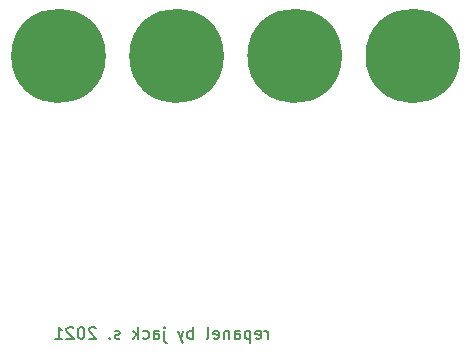
<source format=gbr>
G04 #@! TF.GenerationSoftware,KiCad,Pcbnew,(5.1.5-0)*
G04 #@! TF.CreationDate,2021-01-20T00:07:58-08:00*
G04 #@! TF.ProjectId,doof,646f6f66-2e6b-4696-9361-645f70636258,rev?*
G04 #@! TF.SameCoordinates,Original*
G04 #@! TF.FileFunction,Soldermask,Bot*
G04 #@! TF.FilePolarity,Negative*
%FSLAX46Y46*%
G04 Gerber Fmt 4.6, Leading zero omitted, Abs format (unit mm)*
G04 Created by KiCad (PCBNEW (5.1.5-0)) date 2021-01-20 00:07:58*
%MOMM*%
%LPD*%
G04 APERTURE LIST*
%ADD10C,1.000000*%
%ADD11C,0.150000*%
%ADD12C,0.100000*%
G04 APERTURE END LIST*
D10*
X38500000Y-97500000D02*
G75*
G03X38500000Y-97500000I-3500000J0D01*
G01*
D11*
X22726190Y-121452380D02*
X22726190Y-120785714D01*
X22726190Y-120976190D02*
X22678571Y-120880952D01*
X22630952Y-120833333D01*
X22535714Y-120785714D01*
X22440476Y-120785714D01*
X21726190Y-121404761D02*
X21821428Y-121452380D01*
X22011904Y-121452380D01*
X22107142Y-121404761D01*
X22154761Y-121309523D01*
X22154761Y-120928571D01*
X22107142Y-120833333D01*
X22011904Y-120785714D01*
X21821428Y-120785714D01*
X21726190Y-120833333D01*
X21678571Y-120928571D01*
X21678571Y-121023809D01*
X22154761Y-121119047D01*
X21250000Y-120785714D02*
X21250000Y-121785714D01*
X21250000Y-120833333D02*
X21154761Y-120785714D01*
X20964285Y-120785714D01*
X20869047Y-120833333D01*
X20821428Y-120880952D01*
X20773809Y-120976190D01*
X20773809Y-121261904D01*
X20821428Y-121357142D01*
X20869047Y-121404761D01*
X20964285Y-121452380D01*
X21154761Y-121452380D01*
X21250000Y-121404761D01*
X19916666Y-121452380D02*
X19916666Y-120928571D01*
X19964285Y-120833333D01*
X20059523Y-120785714D01*
X20250000Y-120785714D01*
X20345238Y-120833333D01*
X19916666Y-121404761D02*
X20011904Y-121452380D01*
X20250000Y-121452380D01*
X20345238Y-121404761D01*
X20392857Y-121309523D01*
X20392857Y-121214285D01*
X20345238Y-121119047D01*
X20250000Y-121071428D01*
X20011904Y-121071428D01*
X19916666Y-121023809D01*
X19440476Y-120785714D02*
X19440476Y-121452380D01*
X19440476Y-120880952D02*
X19392857Y-120833333D01*
X19297619Y-120785714D01*
X19154761Y-120785714D01*
X19059523Y-120833333D01*
X19011904Y-120928571D01*
X19011904Y-121452380D01*
X18154761Y-121404761D02*
X18250000Y-121452380D01*
X18440476Y-121452380D01*
X18535714Y-121404761D01*
X18583333Y-121309523D01*
X18583333Y-120928571D01*
X18535714Y-120833333D01*
X18440476Y-120785714D01*
X18250000Y-120785714D01*
X18154761Y-120833333D01*
X18107142Y-120928571D01*
X18107142Y-121023809D01*
X18583333Y-121119047D01*
X17535714Y-121452380D02*
X17630952Y-121404761D01*
X17678571Y-121309523D01*
X17678571Y-120452380D01*
X16392857Y-121452380D02*
X16392857Y-120452380D01*
X16392857Y-120833333D02*
X16297619Y-120785714D01*
X16107142Y-120785714D01*
X16011904Y-120833333D01*
X15964285Y-120880952D01*
X15916666Y-120976190D01*
X15916666Y-121261904D01*
X15964285Y-121357142D01*
X16011904Y-121404761D01*
X16107142Y-121452380D01*
X16297619Y-121452380D01*
X16392857Y-121404761D01*
X15583333Y-120785714D02*
X15345238Y-121452380D01*
X15107142Y-120785714D02*
X15345238Y-121452380D01*
X15440476Y-121690476D01*
X15488095Y-121738095D01*
X15583333Y-121785714D01*
X13964285Y-120785714D02*
X13964285Y-121642857D01*
X14011904Y-121738095D01*
X14107142Y-121785714D01*
X14154761Y-121785714D01*
X13964285Y-120452380D02*
X14011904Y-120500000D01*
X13964285Y-120547619D01*
X13916666Y-120500000D01*
X13964285Y-120452380D01*
X13964285Y-120547619D01*
X13059523Y-121452380D02*
X13059523Y-120928571D01*
X13107142Y-120833333D01*
X13202380Y-120785714D01*
X13392857Y-120785714D01*
X13488095Y-120833333D01*
X13059523Y-121404761D02*
X13154761Y-121452380D01*
X13392857Y-121452380D01*
X13488095Y-121404761D01*
X13535714Y-121309523D01*
X13535714Y-121214285D01*
X13488095Y-121119047D01*
X13392857Y-121071428D01*
X13154761Y-121071428D01*
X13059523Y-121023809D01*
X12154761Y-121404761D02*
X12250000Y-121452380D01*
X12440476Y-121452380D01*
X12535714Y-121404761D01*
X12583333Y-121357142D01*
X12630952Y-121261904D01*
X12630952Y-120976190D01*
X12583333Y-120880952D01*
X12535714Y-120833333D01*
X12440476Y-120785714D01*
X12250000Y-120785714D01*
X12154761Y-120833333D01*
X11726190Y-121452380D02*
X11726190Y-120452380D01*
X11630952Y-121071428D02*
X11345238Y-121452380D01*
X11345238Y-120785714D02*
X11726190Y-121166666D01*
X10202380Y-121404761D02*
X10107142Y-121452380D01*
X9916666Y-121452380D01*
X9821428Y-121404761D01*
X9773809Y-121309523D01*
X9773809Y-121261904D01*
X9821428Y-121166666D01*
X9916666Y-121119047D01*
X10059523Y-121119047D01*
X10154761Y-121071428D01*
X10202380Y-120976190D01*
X10202380Y-120928571D01*
X10154761Y-120833333D01*
X10059523Y-120785714D01*
X9916666Y-120785714D01*
X9821428Y-120833333D01*
X9345238Y-121357142D02*
X9297619Y-121404761D01*
X9345238Y-121452380D01*
X9392857Y-121404761D01*
X9345238Y-121357142D01*
X9345238Y-121452380D01*
X8154761Y-120547619D02*
X8107142Y-120500000D01*
X8011904Y-120452380D01*
X7773809Y-120452380D01*
X7678571Y-120500000D01*
X7630952Y-120547619D01*
X7583333Y-120642857D01*
X7583333Y-120738095D01*
X7630952Y-120880952D01*
X8202380Y-121452380D01*
X7583333Y-121452380D01*
X6964285Y-120452380D02*
X6869047Y-120452380D01*
X6773809Y-120500000D01*
X6726190Y-120547619D01*
X6678571Y-120642857D01*
X6630952Y-120833333D01*
X6630952Y-121071428D01*
X6678571Y-121261904D01*
X6726190Y-121357142D01*
X6773809Y-121404761D01*
X6869047Y-121452380D01*
X6964285Y-121452380D01*
X7059523Y-121404761D01*
X7107142Y-121357142D01*
X7154761Y-121261904D01*
X7202380Y-121071428D01*
X7202380Y-120833333D01*
X7154761Y-120642857D01*
X7107142Y-120547619D01*
X7059523Y-120500000D01*
X6964285Y-120452380D01*
X6250000Y-120547619D02*
X6202380Y-120500000D01*
X6107142Y-120452380D01*
X5869047Y-120452380D01*
X5773809Y-120500000D01*
X5726190Y-120547619D01*
X5678571Y-120642857D01*
X5678571Y-120738095D01*
X5726190Y-120880952D01*
X6297619Y-121452380D01*
X5678571Y-121452380D01*
X4726190Y-121452380D02*
X5297619Y-121452380D01*
X5011904Y-121452380D02*
X5011904Y-120452380D01*
X5107142Y-120595238D01*
X5202380Y-120690476D01*
X5297619Y-120738095D01*
D10*
X8500000Y-97500000D02*
G75*
G03X8500000Y-97500000I-3500000J0D01*
G01*
X18500000Y-97500000D02*
G75*
G03X18500000Y-97500000I-3500000J0D01*
G01*
X28500000Y-97500000D02*
G75*
G03X28500000Y-97500000I-3500000J0D01*
G01*
D12*
G36*
X35604975Y-94458585D02*
G01*
X35904528Y-94518170D01*
X36468874Y-94751930D01*
X36976772Y-95091296D01*
X37408704Y-95523228D01*
X37748070Y-96031126D01*
X37981830Y-96595472D01*
X38101000Y-97194578D01*
X38101000Y-97805422D01*
X37981830Y-98404528D01*
X37748070Y-98968874D01*
X37408704Y-99476772D01*
X36976772Y-99908704D01*
X36468874Y-100248070D01*
X35904528Y-100481830D01*
X35604975Y-100541415D01*
X35305423Y-100601000D01*
X34694577Y-100601000D01*
X34395025Y-100541415D01*
X34095472Y-100481830D01*
X33531126Y-100248070D01*
X33023228Y-99908704D01*
X32591296Y-99476772D01*
X32251930Y-98968874D01*
X32018170Y-98404528D01*
X31899000Y-97805422D01*
X31899000Y-97194578D01*
X32018170Y-96595472D01*
X32251930Y-96031126D01*
X32591296Y-95523228D01*
X33023228Y-95091296D01*
X33531126Y-94751930D01*
X34095472Y-94518170D01*
X34395025Y-94458585D01*
X34694577Y-94399000D01*
X35305423Y-94399000D01*
X35604975Y-94458585D01*
G37*
G36*
X25604975Y-94458585D02*
G01*
X25904528Y-94518170D01*
X26468874Y-94751930D01*
X26976772Y-95091296D01*
X27408704Y-95523228D01*
X27748070Y-96031126D01*
X27981830Y-96595472D01*
X28101000Y-97194578D01*
X28101000Y-97805422D01*
X27981830Y-98404528D01*
X27748070Y-98968874D01*
X27408704Y-99476772D01*
X26976772Y-99908704D01*
X26468874Y-100248070D01*
X25904528Y-100481830D01*
X25604975Y-100541415D01*
X25305423Y-100601000D01*
X24694577Y-100601000D01*
X24395025Y-100541415D01*
X24095472Y-100481830D01*
X23531126Y-100248070D01*
X23023228Y-99908704D01*
X22591296Y-99476772D01*
X22251930Y-98968874D01*
X22018170Y-98404528D01*
X21899000Y-97805422D01*
X21899000Y-97194578D01*
X22018170Y-96595472D01*
X22251930Y-96031126D01*
X22591296Y-95523228D01*
X23023228Y-95091296D01*
X23531126Y-94751930D01*
X24095472Y-94518170D01*
X24395025Y-94458585D01*
X24694577Y-94399000D01*
X25305423Y-94399000D01*
X25604975Y-94458585D01*
G37*
G36*
X15604975Y-94458585D02*
G01*
X15904528Y-94518170D01*
X16468874Y-94751930D01*
X16976772Y-95091296D01*
X17408704Y-95523228D01*
X17748070Y-96031126D01*
X17981830Y-96595472D01*
X18101000Y-97194578D01*
X18101000Y-97805422D01*
X17981830Y-98404528D01*
X17748070Y-98968874D01*
X17408704Y-99476772D01*
X16976772Y-99908704D01*
X16468874Y-100248070D01*
X15904528Y-100481830D01*
X15604975Y-100541415D01*
X15305423Y-100601000D01*
X14694577Y-100601000D01*
X14395025Y-100541415D01*
X14095472Y-100481830D01*
X13531126Y-100248070D01*
X13023228Y-99908704D01*
X12591296Y-99476772D01*
X12251930Y-98968874D01*
X12018170Y-98404528D01*
X11899000Y-97805422D01*
X11899000Y-97194578D01*
X12018170Y-96595472D01*
X12251930Y-96031126D01*
X12591296Y-95523228D01*
X13023228Y-95091296D01*
X13531126Y-94751930D01*
X14095472Y-94518170D01*
X14395025Y-94458585D01*
X14694577Y-94399000D01*
X15305423Y-94399000D01*
X15604975Y-94458585D01*
G37*
G36*
X5604975Y-94458585D02*
G01*
X5904528Y-94518170D01*
X6468874Y-94751930D01*
X6976772Y-95091296D01*
X7408704Y-95523228D01*
X7748070Y-96031126D01*
X7981830Y-96595472D01*
X8101000Y-97194578D01*
X8101000Y-97805422D01*
X7981830Y-98404528D01*
X7748070Y-98968874D01*
X7408704Y-99476772D01*
X6976772Y-99908704D01*
X6468874Y-100248070D01*
X5904528Y-100481830D01*
X5604975Y-100541415D01*
X5305423Y-100601000D01*
X4694577Y-100601000D01*
X4395025Y-100541415D01*
X4095472Y-100481830D01*
X3531126Y-100248070D01*
X3023228Y-99908704D01*
X2591296Y-99476772D01*
X2251930Y-98968874D01*
X2018170Y-98404528D01*
X1899000Y-97805422D01*
X1899000Y-97194578D01*
X2018170Y-96595472D01*
X2251930Y-96031126D01*
X2591296Y-95523228D01*
X3023228Y-95091296D01*
X3531126Y-94751930D01*
X4095472Y-94518170D01*
X4395025Y-94458585D01*
X4694577Y-94399000D01*
X5305423Y-94399000D01*
X5604975Y-94458585D01*
G37*
M02*

</source>
